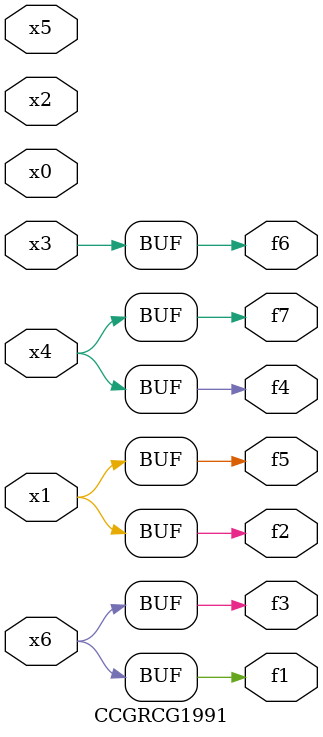
<source format=v>
module CCGRCG1991(
	input x0, x1, x2, x3, x4, x5, x6,
	output f1, f2, f3, f4, f5, f6, f7
);
	assign f1 = x6;
	assign f2 = x1;
	assign f3 = x6;
	assign f4 = x4;
	assign f5 = x1;
	assign f6 = x3;
	assign f7 = x4;
endmodule

</source>
